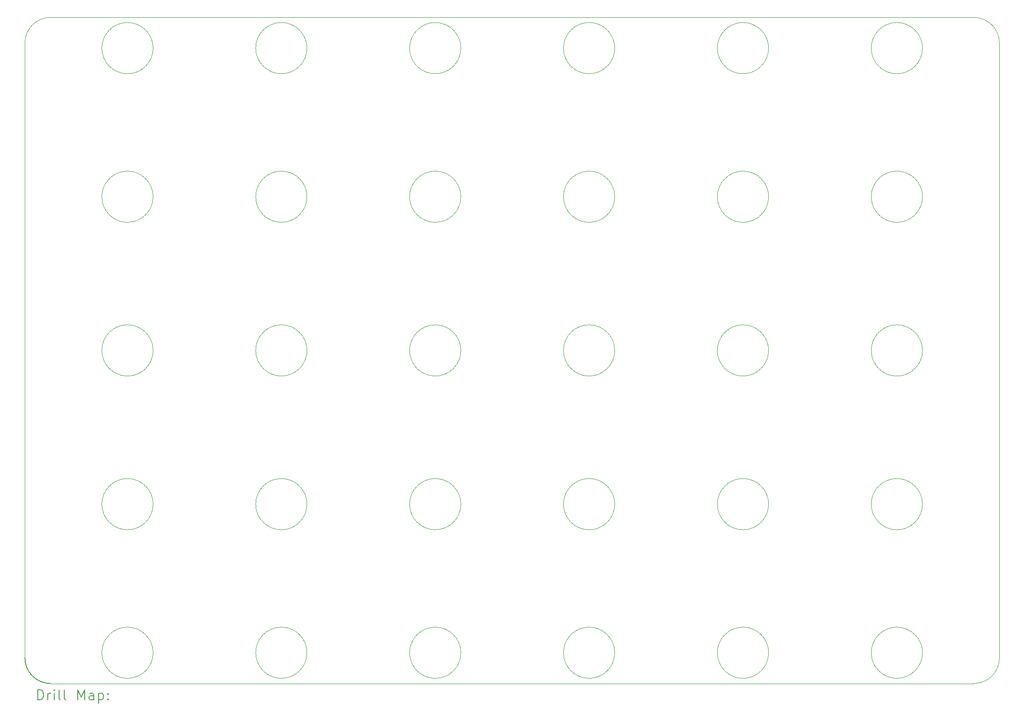
<source format=gbr>
%TF.GenerationSoftware,KiCad,Pcbnew,(6.0.7-1)-1*%
%TF.CreationDate,2023-08-08T09:05:19+02:00*%
%TF.ProjectId,BD-SMD_PD,42442d53-4d44-45f5-9044-2e6b69636164,rev?*%
%TF.SameCoordinates,Original*%
%TF.FileFunction,Drillmap*%
%TF.FilePolarity,Positive*%
%FSLAX45Y45*%
G04 Gerber Fmt 4.5, Leading zero omitted, Abs format (unit mm)*
G04 Created by KiCad (PCBNEW (6.0.7-1)-1) date 2023-08-08 09:05:19*
%MOMM*%
%LPD*%
G01*
G04 APERTURE LIST*
%ADD10C,0.100000*%
%ADD11C,0.200000*%
G04 APERTURE END LIST*
D10*
X13994900Y-16161500D02*
G75*
G03*
X13994900Y-16161500I-500000J0D01*
G01*
X29994900Y-19661500D02*
G75*
G03*
X30494900Y-19161500I0J500000D01*
G01*
X16994900Y-7261500D02*
G75*
G03*
X16994900Y-7261500I-500000J0D01*
G01*
X19994900Y-10161500D02*
G75*
G03*
X19994900Y-10161500I-500000J0D01*
G01*
X28994900Y-13161500D02*
G75*
G03*
X28994900Y-13161500I-500000J0D01*
G01*
X13994900Y-7261500D02*
G75*
G03*
X13994900Y-7261500I-500000J0D01*
G01*
X13994900Y-19061500D02*
G75*
G03*
X13994900Y-19061500I-500000J0D01*
G01*
X25994900Y-16161500D02*
G75*
G03*
X25994900Y-16161500I-500000J0D01*
G01*
X22994900Y-19061500D02*
G75*
G03*
X22994900Y-19061500I-500000J0D01*
G01*
X22994900Y-13161500D02*
G75*
G03*
X22994900Y-13161500I-500000J0D01*
G01*
X25994900Y-13161500D02*
G75*
G03*
X25994900Y-13161500I-500000J0D01*
G01*
X25994900Y-19061500D02*
G75*
G03*
X25994900Y-19061500I-500000J0D01*
G01*
X22994900Y-16161500D02*
G75*
G03*
X22994900Y-16161500I-500000J0D01*
G01*
X16994900Y-10161500D02*
G75*
G03*
X16994900Y-10161500I-500000J0D01*
G01*
X22994900Y-10161500D02*
G75*
G03*
X22994900Y-10161500I-500000J0D01*
G01*
X13994900Y-10161500D02*
G75*
G03*
X13994900Y-10161500I-500000J0D01*
G01*
X30494900Y-7161500D02*
G75*
G03*
X29994900Y-6661500I-500000J0D01*
G01*
X28994900Y-19061500D02*
G75*
G03*
X28994900Y-19061500I-500000J0D01*
G01*
X19994900Y-19061500D02*
G75*
G03*
X19994900Y-19061500I-500000J0D01*
G01*
X13994900Y-13161500D02*
G75*
G03*
X13994900Y-13161500I-500000J0D01*
G01*
X19994900Y-7261500D02*
G75*
G03*
X19994900Y-7261500I-500000J0D01*
G01*
X30494900Y-19161500D02*
X30494900Y-7161500D01*
X28994900Y-16161500D02*
G75*
G03*
X28994900Y-16161500I-500000J0D01*
G01*
X11494900Y-7161500D02*
X11494900Y-19161500D01*
X22994900Y-7261500D02*
G75*
G03*
X22994900Y-7261500I-500000J0D01*
G01*
X25994900Y-7261500D02*
G75*
G03*
X25994900Y-7261500I-500000J0D01*
G01*
X28994900Y-7261500D02*
G75*
G03*
X28994900Y-7261500I-500000J0D01*
G01*
X29994900Y-6661500D02*
X11994900Y-6661500D01*
X16994900Y-16161500D02*
G75*
G03*
X16994900Y-16161500I-500000J0D01*
G01*
X11994900Y-6661500D02*
G75*
G03*
X11494900Y-7161500I0J-500000D01*
G01*
X28994900Y-10161500D02*
G75*
G03*
X28994900Y-10161500I-500000J0D01*
G01*
X25994900Y-10161500D02*
G75*
G03*
X25994900Y-10161500I-500000J0D01*
G01*
X16994900Y-13161500D02*
G75*
G03*
X16994900Y-13161500I-500000J0D01*
G01*
D11*
X11494900Y-19161500D02*
G75*
G03*
X11994900Y-19661500I500000J0D01*
G01*
D10*
X19994900Y-13161500D02*
G75*
G03*
X19994900Y-13161500I-500000J0D01*
G01*
X19994900Y-16161500D02*
G75*
G03*
X19994900Y-16161500I-500000J0D01*
G01*
X11994900Y-19661500D02*
X29994900Y-19661500D01*
X16994900Y-19061500D02*
G75*
G03*
X16994900Y-19061500I-500000J0D01*
G01*
D11*
X11742519Y-19981976D02*
X11742519Y-19781976D01*
X11790138Y-19781976D01*
X11818709Y-19791500D01*
X11837757Y-19810548D01*
X11847281Y-19829595D01*
X11856805Y-19867690D01*
X11856805Y-19896262D01*
X11847281Y-19934357D01*
X11837757Y-19953405D01*
X11818709Y-19972452D01*
X11790138Y-19981976D01*
X11742519Y-19981976D01*
X11942519Y-19981976D02*
X11942519Y-19848643D01*
X11942519Y-19886738D02*
X11952043Y-19867690D01*
X11961567Y-19858167D01*
X11980614Y-19848643D01*
X11999662Y-19848643D01*
X12066328Y-19981976D02*
X12066328Y-19848643D01*
X12066328Y-19781976D02*
X12056805Y-19791500D01*
X12066328Y-19801024D01*
X12075852Y-19791500D01*
X12066328Y-19781976D01*
X12066328Y-19801024D01*
X12190138Y-19981976D02*
X12171090Y-19972452D01*
X12161567Y-19953405D01*
X12161567Y-19781976D01*
X12294900Y-19981976D02*
X12275852Y-19972452D01*
X12266328Y-19953405D01*
X12266328Y-19781976D01*
X12523471Y-19981976D02*
X12523471Y-19781976D01*
X12590138Y-19924833D01*
X12656805Y-19781976D01*
X12656805Y-19981976D01*
X12837757Y-19981976D02*
X12837757Y-19877214D01*
X12828233Y-19858167D01*
X12809186Y-19848643D01*
X12771090Y-19848643D01*
X12752043Y-19858167D01*
X12837757Y-19972452D02*
X12818709Y-19981976D01*
X12771090Y-19981976D01*
X12752043Y-19972452D01*
X12742519Y-19953405D01*
X12742519Y-19934357D01*
X12752043Y-19915310D01*
X12771090Y-19905786D01*
X12818709Y-19905786D01*
X12837757Y-19896262D01*
X12932995Y-19848643D02*
X12932995Y-20048643D01*
X12932995Y-19858167D02*
X12952043Y-19848643D01*
X12990138Y-19848643D01*
X13009186Y-19858167D01*
X13018709Y-19867690D01*
X13028233Y-19886738D01*
X13028233Y-19943881D01*
X13018709Y-19962929D01*
X13009186Y-19972452D01*
X12990138Y-19981976D01*
X12952043Y-19981976D01*
X12932995Y-19972452D01*
X13113948Y-19962929D02*
X13123471Y-19972452D01*
X13113948Y-19981976D01*
X13104424Y-19972452D01*
X13113948Y-19962929D01*
X13113948Y-19981976D01*
X13113948Y-19858167D02*
X13123471Y-19867690D01*
X13113948Y-19877214D01*
X13104424Y-19867690D01*
X13113948Y-19858167D01*
X13113948Y-19877214D01*
M02*

</source>
